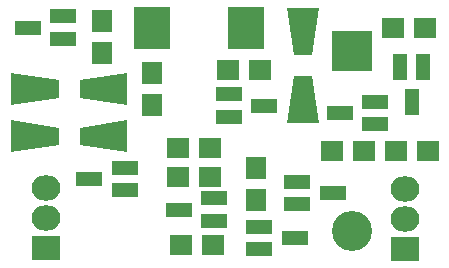
<source format=gbr>
G04 #@! TF.FileFunction,Soldermask,Top*
%FSLAX46Y46*%
G04 Gerber Fmt 4.6, Leading zero omitted, Abs format (unit mm)*
G04 Created by KiCad (PCBNEW 4.0.2-stable) date 9/21/2016 2:39:29 AM*
%MOMM*%
G01*
G04 APERTURE LIST*
%ADD10C,0.100000*%
%ADD11C,3.400000*%
%ADD12R,3.400000X3.400000*%
%ADD13R,1.900000X1.700000*%
%ADD14R,1.700000X1.900000*%
%ADD15R,2.432000X2.127200*%
%ADD16O,2.432000X2.127200*%
%ADD17R,2.200860X1.200100*%
%ADD18R,1.200100X2.200860*%
%ADD19R,3.100000X3.600000*%
G04 APERTURE END LIST*
D10*
D11*
X140750000Y-116840000D03*
D12*
X140750000Y-101600000D03*
D10*
G36*
X135250650Y-97918460D02*
X137949350Y-97918460D01*
X137349910Y-101920180D01*
X135850090Y-101920180D01*
X135250650Y-97918460D01*
X135250650Y-97918460D01*
G37*
G36*
X137949350Y-107721540D02*
X135250650Y-107721540D01*
X135850090Y-103719820D01*
X137349910Y-103719820D01*
X137949350Y-107721540D01*
X137949350Y-107721540D01*
G37*
G36*
X121701540Y-107470650D02*
X121701540Y-110169350D01*
X117699820Y-109569910D01*
X117699820Y-108070090D01*
X121701540Y-107470650D01*
X121701540Y-107470650D01*
G37*
G36*
X111898460Y-110169350D02*
X111898460Y-107470650D01*
X115900180Y-108070090D01*
X115900180Y-109569910D01*
X111898460Y-110169350D01*
X111898460Y-110169350D01*
G37*
D13*
X147150000Y-110020000D03*
X144450000Y-110020000D03*
D10*
G36*
X121701540Y-103470650D02*
X121701540Y-106169350D01*
X117699820Y-105569910D01*
X117699820Y-104070090D01*
X121701540Y-103470650D01*
X121701540Y-103470650D01*
G37*
G36*
X111898460Y-106169350D02*
X111898460Y-103470650D01*
X115900180Y-104070090D01*
X115900180Y-105569910D01*
X111898460Y-106169350D01*
X111898460Y-106169350D01*
G37*
D14*
X123800000Y-103470000D03*
X123800000Y-106170000D03*
D15*
X114800000Y-118300000D03*
D16*
X114800000Y-115760000D03*
X114800000Y-113220000D03*
D15*
X145200000Y-118360000D03*
D16*
X145200000Y-115820000D03*
X145200000Y-113280000D03*
D17*
X130298860Y-105270000D03*
X130298860Y-107170000D03*
X133301140Y-106220000D03*
X142701140Y-107770000D03*
X142701140Y-105870000D03*
X139698860Y-106820000D03*
D18*
X146750000Y-102918860D03*
X144850000Y-102918860D03*
X145800000Y-105921140D03*
D17*
X116301140Y-100570000D03*
X116301140Y-98670000D03*
X113298860Y-99620000D03*
X136098860Y-112670000D03*
X136098860Y-114570000D03*
X139101140Y-113620000D03*
X132898860Y-116470000D03*
X132898860Y-118370000D03*
X135901140Y-117420000D03*
X121501140Y-113370000D03*
X121501140Y-111470000D03*
X118498860Y-112420000D03*
D13*
X126050000Y-112220000D03*
X128750000Y-112220000D03*
X128750000Y-109770000D03*
X126050000Y-109770000D03*
X126250000Y-118020000D03*
X128950000Y-118020000D03*
D14*
X132600000Y-114170000D03*
X132600000Y-111470000D03*
D13*
X141750000Y-110020000D03*
X139050000Y-110020000D03*
D14*
X119600000Y-99070000D03*
X119600000Y-101770000D03*
D13*
X146950000Y-99620000D03*
X144250000Y-99620000D03*
X130250000Y-103220000D03*
X132950000Y-103220000D03*
D17*
X129101140Y-115970000D03*
X129101140Y-114070000D03*
X126098860Y-115020000D03*
D19*
X123850000Y-99620000D03*
X131750000Y-99620000D03*
M02*

</source>
